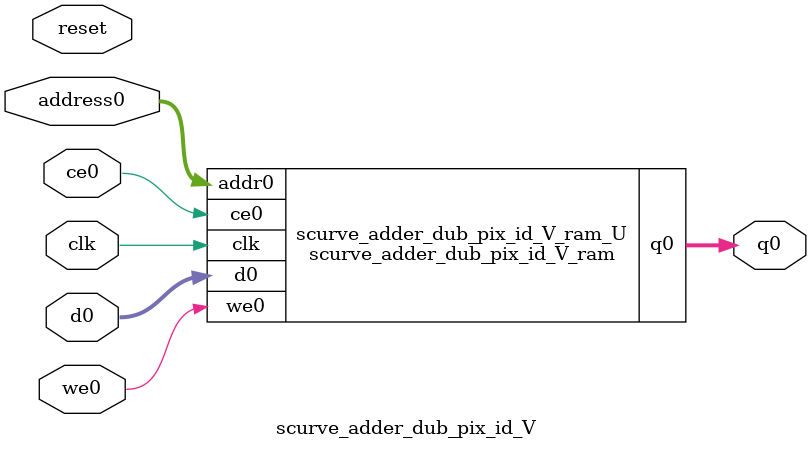
<source format=v>

`timescale 1 ns / 1 ps
module scurve_adder_dub_pix_id_V_ram (addr0, ce0, d0, we0, q0,  clk);

parameter DWIDTH = 5;
parameter AWIDTH = 3;
parameter MEM_SIZE = 8;

input[AWIDTH-1:0] addr0;
input ce0;
input[DWIDTH-1:0] d0;
input we0;
output reg[DWIDTH-1:0] q0;
input clk;

(* ram_style = "distributed" *)reg [DWIDTH-1:0] ram[MEM_SIZE-1:0];




always @(posedge clk)  
begin 
    if (ce0) 
    begin
        if (we0) 
        begin 
            ram[addr0] <= d0; 
            q0 <= d0;
        end 
        else 
            q0 <= ram[addr0];
    end
end


endmodule


`timescale 1 ns / 1 ps
module scurve_adder_dub_pix_id_V(
    reset,
    clk,
    address0,
    ce0,
    we0,
    d0,
    q0);

parameter DataWidth = 32'd5;
parameter AddressRange = 32'd8;
parameter AddressWidth = 32'd3;
input reset;
input clk;
input[AddressWidth - 1:0] address0;
input ce0;
input we0;
input[DataWidth - 1:0] d0;
output[DataWidth - 1:0] q0;



scurve_adder_dub_pix_id_V_ram scurve_adder_dub_pix_id_V_ram_U(
    .clk( clk ),
    .addr0( address0 ),
    .ce0( ce0 ),
    .d0( d0 ),
    .we0( we0 ),
    .q0( q0 ));

endmodule


</source>
